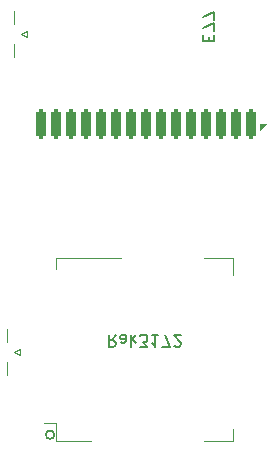
<source format=gbr>
%TF.GenerationSoftware,KiCad,Pcbnew,8.0.2*%
%TF.CreationDate,2025-09-09T09:28:48+02:00*%
%TF.ProjectId,e77,6537372e-6b69-4636-9164-5f7063625858,rev?*%
%TF.SameCoordinates,Original*%
%TF.FileFunction,Legend,Bot*%
%TF.FilePolarity,Positive*%
%FSLAX46Y46*%
G04 Gerber Fmt 4.6, Leading zero omitted, Abs format (unit mm)*
G04 Created by KiCad (PCBNEW 8.0.2) date 2025-09-09 09:28:48*
%MOMM*%
%LPD*%
G01*
G04 APERTURE LIST*
G04 Aperture macros list*
%AMRoundRect*
0 Rectangle with rounded corners*
0 $1 Rounding radius*
0 $2 $3 $4 $5 $6 $7 $8 $9 X,Y pos of 4 corners*
0 Add a 4 corners polygon primitive as box body*
4,1,4,$2,$3,$4,$5,$6,$7,$8,$9,$2,$3,0*
0 Add four circle primitives for the rounded corners*
1,1,$1+$1,$2,$3*
1,1,$1+$1,$4,$5*
1,1,$1+$1,$6,$7*
1,1,$1+$1,$8,$9*
0 Add four rect primitives between the rounded corners*
20,1,$1+$1,$2,$3,$4,$5,0*
20,1,$1+$1,$4,$5,$6,$7,0*
20,1,$1+$1,$6,$7,$8,$9,0*
20,1,$1+$1,$8,$9,$2,$3,0*%
G04 Aperture macros list end*
%ADD10C,0.150000*%
%ADD11C,0.100000*%
%ADD12C,0.120000*%
%ADD13R,1.700000X1.700000*%
%ADD14O,1.700000X1.700000*%
%ADD15R,1.524000X1.524000*%
%ADD16C,1.524000*%
%ADD17R,2.000000X0.700000*%
%ADD18R,0.700000X2.000000*%
%ADD19R,3.600000X1.270000*%
%ADD20R,4.200000X1.350000*%
%ADD21C,1.000000*%
%ADD22RoundRect,0.200000X0.200000X-1.050000X0.200000X1.050000X-0.200000X1.050000X-0.200000X-1.050000X0*%
G04 APERTURE END LIST*
D10*
X119547618Y-104045180D02*
X119214285Y-104521371D01*
X118976190Y-104045180D02*
X118976190Y-105045180D01*
X118976190Y-105045180D02*
X119357142Y-105045180D01*
X119357142Y-105045180D02*
X119452380Y-104997561D01*
X119452380Y-104997561D02*
X119499999Y-104949942D01*
X119499999Y-104949942D02*
X119547618Y-104854704D01*
X119547618Y-104854704D02*
X119547618Y-104711847D01*
X119547618Y-104711847D02*
X119499999Y-104616609D01*
X119499999Y-104616609D02*
X119452380Y-104568990D01*
X119452380Y-104568990D02*
X119357142Y-104521371D01*
X119357142Y-104521371D02*
X118976190Y-104521371D01*
X120404761Y-104045180D02*
X120404761Y-104568990D01*
X120404761Y-104568990D02*
X120357142Y-104664228D01*
X120357142Y-104664228D02*
X120261904Y-104711847D01*
X120261904Y-104711847D02*
X120071428Y-104711847D01*
X120071428Y-104711847D02*
X119976190Y-104664228D01*
X120404761Y-104092800D02*
X120309523Y-104045180D01*
X120309523Y-104045180D02*
X120071428Y-104045180D01*
X120071428Y-104045180D02*
X119976190Y-104092800D01*
X119976190Y-104092800D02*
X119928571Y-104188038D01*
X119928571Y-104188038D02*
X119928571Y-104283276D01*
X119928571Y-104283276D02*
X119976190Y-104378514D01*
X119976190Y-104378514D02*
X120071428Y-104426133D01*
X120071428Y-104426133D02*
X120309523Y-104426133D01*
X120309523Y-104426133D02*
X120404761Y-104473752D01*
X120880952Y-104045180D02*
X120880952Y-105045180D01*
X120976190Y-104426133D02*
X121261904Y-104045180D01*
X121261904Y-104711847D02*
X120880952Y-104330895D01*
X121595238Y-105045180D02*
X122214285Y-105045180D01*
X122214285Y-105045180D02*
X121880952Y-104664228D01*
X121880952Y-104664228D02*
X122023809Y-104664228D01*
X122023809Y-104664228D02*
X122119047Y-104616609D01*
X122119047Y-104616609D02*
X122166666Y-104568990D01*
X122166666Y-104568990D02*
X122214285Y-104473752D01*
X122214285Y-104473752D02*
X122214285Y-104235657D01*
X122214285Y-104235657D02*
X122166666Y-104140419D01*
X122166666Y-104140419D02*
X122119047Y-104092800D01*
X122119047Y-104092800D02*
X122023809Y-104045180D01*
X122023809Y-104045180D02*
X121738095Y-104045180D01*
X121738095Y-104045180D02*
X121642857Y-104092800D01*
X121642857Y-104092800D02*
X121595238Y-104140419D01*
X123166666Y-104045180D02*
X122595238Y-104045180D01*
X122880952Y-104045180D02*
X122880952Y-105045180D01*
X122880952Y-105045180D02*
X122785714Y-104902323D01*
X122785714Y-104902323D02*
X122690476Y-104807085D01*
X122690476Y-104807085D02*
X122595238Y-104759466D01*
X123500000Y-105045180D02*
X124166666Y-105045180D01*
X124166666Y-105045180D02*
X123738095Y-104045180D01*
X124500000Y-104949942D02*
X124547619Y-104997561D01*
X124547619Y-104997561D02*
X124642857Y-105045180D01*
X124642857Y-105045180D02*
X124880952Y-105045180D01*
X124880952Y-105045180D02*
X124976190Y-104997561D01*
X124976190Y-104997561D02*
X125023809Y-104949942D01*
X125023809Y-104949942D02*
X125071428Y-104854704D01*
X125071428Y-104854704D02*
X125071428Y-104759466D01*
X125071428Y-104759466D02*
X125023809Y-104616609D01*
X125023809Y-104616609D02*
X124452381Y-104045180D01*
X124452381Y-104045180D02*
X125071428Y-104045180D01*
X127430590Y-79133266D02*
X127430590Y-78799933D01*
X126906780Y-78657076D02*
X126906780Y-79133266D01*
X126906780Y-79133266D02*
X127906780Y-79133266D01*
X127906780Y-79133266D02*
X127906780Y-78657076D01*
X127906780Y-78323742D02*
X127906780Y-77657076D01*
X127906780Y-77657076D02*
X126906780Y-78085647D01*
X127906780Y-77371361D02*
X127906780Y-76704695D01*
X127906780Y-76704695D02*
X126906780Y-77133266D01*
D11*
%TO.C,U4*%
X113500000Y-111500000D02*
X114500000Y-111500000D01*
X114500000Y-97500000D02*
X114500000Y-98500000D01*
X114500000Y-111500000D02*
X114500000Y-112000000D01*
X114500000Y-113000000D02*
X114500000Y-112000000D01*
X117500000Y-113000000D02*
X114500000Y-113000000D01*
X120000000Y-97500000D02*
X114500000Y-97500000D01*
X127000000Y-97500000D02*
X129500000Y-97500000D01*
X127000000Y-113000000D02*
X129500000Y-113000000D01*
X129500000Y-97500000D02*
X129500000Y-99000000D01*
X129500000Y-113000000D02*
X129500000Y-112000000D01*
D10*
X114362353Y-112500000D02*
G75*
G02*
X113637647Y-112500000I-362353J0D01*
G01*
X113637647Y-112500000D02*
G75*
G02*
X114362353Y-112500000I362353J0D01*
G01*
D12*
%TO.C,AE2*%
X110372500Y-103550000D02*
X110372500Y-104660000D01*
X110372500Y-106340000D02*
X110372500Y-107450000D01*
X110922500Y-105500000D02*
X111422500Y-105750000D01*
X111422500Y-105250000D02*
X110922500Y-105500000D01*
X111422500Y-105750000D02*
X111422500Y-105250000D01*
%TO.C,AE1*%
X110983600Y-76647000D02*
X110983600Y-77757000D01*
X110983600Y-79437000D02*
X110983600Y-80547000D01*
X111533600Y-78597000D02*
X112033600Y-78847000D01*
X112033600Y-78347000D02*
X111533600Y-78597000D01*
X112033600Y-78847000D02*
X112033600Y-78347000D01*
%TO.C,U3*%
X131771600Y-86726600D02*
X131771600Y-86226600D01*
X132271600Y-86226600D01*
X131771600Y-86726600D01*
G36*
X131771600Y-86726600D02*
G01*
X131771600Y-86226600D01*
X132271600Y-86226600D01*
X131771600Y-86726600D01*
G37*
%TD*%
%LPC*%
D13*
%TO.C,J2*%
X134064000Y-85150200D03*
D14*
X134064000Y-82610200D03*
X134064000Y-80070200D03*
X134064000Y-77530200D03*
X134064000Y-74990200D03*
X134064000Y-72450200D03*
%TD*%
D15*
%TO.C,U2*%
X115400000Y-116500000D03*
D16*
X117400000Y-116500000D03*
X119400000Y-116500000D03*
X121400000Y-116500000D03*
X123400000Y-116500000D03*
X125400000Y-116500000D03*
X127400000Y-116500000D03*
X129400000Y-116500000D03*
X131400000Y-116500000D03*
X133400000Y-116500000D03*
X133400000Y-94500000D03*
X131400000Y-94500000D03*
X129400000Y-94500000D03*
X127400000Y-94500000D03*
X125400000Y-94500000D03*
X123400000Y-94500000D03*
X121400000Y-94500000D03*
X119400000Y-94500000D03*
X117400000Y-94500000D03*
X115400000Y-94500000D03*
%TD*%
D15*
%TO.C,U1*%
X115511600Y-89511600D03*
D16*
X117511600Y-89511600D03*
X119511600Y-89511600D03*
X121511600Y-89511600D03*
X123511600Y-89511600D03*
X125511600Y-89511600D03*
X127511600Y-89511600D03*
X129511600Y-89511600D03*
X131511600Y-89511600D03*
X133511600Y-89511600D03*
X133511600Y-67511600D03*
X131511600Y-67511600D03*
X129511600Y-67511600D03*
X127511600Y-67511600D03*
X125511600Y-67511600D03*
X123511600Y-67511600D03*
X121511600Y-67511600D03*
X119511600Y-67511600D03*
X117511600Y-67511600D03*
X115511600Y-67511600D03*
%TD*%
D13*
%TO.C,J1*%
X133908800Y-112000000D03*
D14*
X133908800Y-109460000D03*
X133908800Y-106920000D03*
X133908800Y-104380000D03*
X133908800Y-101840000D03*
X133908800Y-99300000D03*
%TD*%
D17*
%TO.C,U4*%
X114500000Y-111000000D03*
X114500000Y-110000000D03*
X114500000Y-109000000D03*
X114500000Y-108000000D03*
X114500000Y-107000000D03*
X114500000Y-106000000D03*
X114500000Y-105000000D03*
X114500000Y-104000000D03*
X114500000Y-103000000D03*
X114500000Y-102000000D03*
X114500000Y-101000000D03*
X114500000Y-100000000D03*
D18*
X122500000Y-97500000D03*
X123500000Y-97500000D03*
X124500000Y-97500000D03*
X125500000Y-97500000D03*
D17*
X129500000Y-100000000D03*
X129500000Y-101000000D03*
X129500000Y-102000000D03*
X129500000Y-107000000D03*
X129500000Y-108000000D03*
X129500000Y-109000000D03*
X129500000Y-110000000D03*
X129500000Y-111000000D03*
D18*
X125500000Y-113000000D03*
X124500000Y-113000000D03*
X123500000Y-113000000D03*
X122500000Y-113000000D03*
X121500000Y-113000000D03*
X120500000Y-113000000D03*
X119500000Y-113000000D03*
X118500000Y-113000000D03*
%TD*%
D19*
%TO.C,AE2*%
X108462500Y-105500000D03*
D20*
X108662500Y-108325000D03*
X108662500Y-102675000D03*
%TD*%
D19*
%TO.C,AE1*%
X109073600Y-78597000D03*
D20*
X109273600Y-81422000D03*
X109273600Y-75772000D03*
%TD*%
D21*
%TO.C,U3*%
X124411600Y-80921600D03*
D22*
X131001600Y-86226600D03*
X129731600Y-86226600D03*
X128461600Y-86226600D03*
X127191600Y-86226600D03*
X125921600Y-86226600D03*
X124651600Y-86226600D03*
X123381600Y-86226600D03*
X122111600Y-86226600D03*
X120841600Y-86226600D03*
X119571600Y-86226600D03*
X118301600Y-86226600D03*
X117031600Y-86226600D03*
X115761600Y-86226600D03*
X114491600Y-86226600D03*
X113221600Y-86226600D03*
X113221600Y-70986600D03*
X114491600Y-70986600D03*
X115761600Y-70986600D03*
X117031600Y-70986600D03*
X118301600Y-70986600D03*
X119571600Y-70986600D03*
X120841600Y-70986600D03*
X122111600Y-70986600D03*
X123381600Y-70986600D03*
X124651600Y-70986600D03*
X125921600Y-70986600D03*
X127191600Y-70986600D03*
X128461600Y-70986600D03*
X129731600Y-70986600D03*
X131001600Y-70986600D03*
%TD*%
%LPD*%
M02*

</source>
